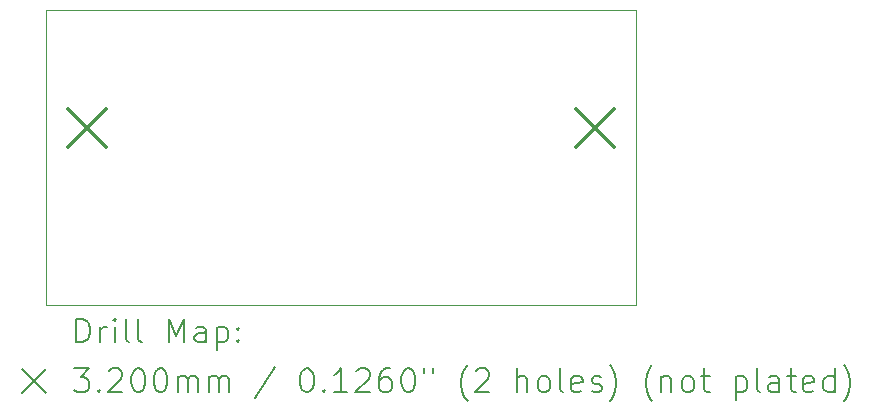
<source format=gbr>
%TF.GenerationSoftware,KiCad,Pcbnew,8.0.5*%
%TF.CreationDate,2024-09-14T16:18:57+01:00*%
%TF.ProjectId,RotationEncoder,526f7461-7469-46f6-9e45-6e636f646572,rev?*%
%TF.SameCoordinates,Original*%
%TF.FileFunction,Drillmap*%
%TF.FilePolarity,Positive*%
%FSLAX45Y45*%
G04 Gerber Fmt 4.5, Leading zero omitted, Abs format (unit mm)*
G04 Created by KiCad (PCBNEW 8.0.5) date 2024-09-14 16:18:57*
%MOMM*%
%LPD*%
G01*
G04 APERTURE LIST*
%ADD10C,0.050000*%
%ADD11C,0.200000*%
%ADD12C,0.320000*%
G04 APERTURE END LIST*
D10*
X12000000Y-8000000D02*
X17000000Y-8000000D01*
X17000000Y-10500000D01*
X12000000Y-10500000D01*
X12000000Y-8000000D01*
D11*
D12*
X12190000Y-8840000D02*
X12510000Y-9160000D01*
X12510000Y-8840000D02*
X12190000Y-9160000D01*
X16490000Y-8840000D02*
X16810000Y-9160000D01*
X16810000Y-8840000D02*
X16490000Y-9160000D01*
D11*
X12258277Y-10813984D02*
X12258277Y-10613984D01*
X12258277Y-10613984D02*
X12305896Y-10613984D01*
X12305896Y-10613984D02*
X12334467Y-10623508D01*
X12334467Y-10623508D02*
X12353515Y-10642555D01*
X12353515Y-10642555D02*
X12363039Y-10661603D01*
X12363039Y-10661603D02*
X12372562Y-10699698D01*
X12372562Y-10699698D02*
X12372562Y-10728270D01*
X12372562Y-10728270D02*
X12363039Y-10766365D01*
X12363039Y-10766365D02*
X12353515Y-10785412D01*
X12353515Y-10785412D02*
X12334467Y-10804460D01*
X12334467Y-10804460D02*
X12305896Y-10813984D01*
X12305896Y-10813984D02*
X12258277Y-10813984D01*
X12458277Y-10813984D02*
X12458277Y-10680650D01*
X12458277Y-10718746D02*
X12467801Y-10699698D01*
X12467801Y-10699698D02*
X12477324Y-10690174D01*
X12477324Y-10690174D02*
X12496372Y-10680650D01*
X12496372Y-10680650D02*
X12515420Y-10680650D01*
X12582086Y-10813984D02*
X12582086Y-10680650D01*
X12582086Y-10613984D02*
X12572562Y-10623508D01*
X12572562Y-10623508D02*
X12582086Y-10633031D01*
X12582086Y-10633031D02*
X12591610Y-10623508D01*
X12591610Y-10623508D02*
X12582086Y-10613984D01*
X12582086Y-10613984D02*
X12582086Y-10633031D01*
X12705896Y-10813984D02*
X12686848Y-10804460D01*
X12686848Y-10804460D02*
X12677324Y-10785412D01*
X12677324Y-10785412D02*
X12677324Y-10613984D01*
X12810658Y-10813984D02*
X12791610Y-10804460D01*
X12791610Y-10804460D02*
X12782086Y-10785412D01*
X12782086Y-10785412D02*
X12782086Y-10613984D01*
X13039229Y-10813984D02*
X13039229Y-10613984D01*
X13039229Y-10613984D02*
X13105896Y-10756841D01*
X13105896Y-10756841D02*
X13172562Y-10613984D01*
X13172562Y-10613984D02*
X13172562Y-10813984D01*
X13353515Y-10813984D02*
X13353515Y-10709222D01*
X13353515Y-10709222D02*
X13343991Y-10690174D01*
X13343991Y-10690174D02*
X13324943Y-10680650D01*
X13324943Y-10680650D02*
X13286848Y-10680650D01*
X13286848Y-10680650D02*
X13267801Y-10690174D01*
X13353515Y-10804460D02*
X13334467Y-10813984D01*
X13334467Y-10813984D02*
X13286848Y-10813984D01*
X13286848Y-10813984D02*
X13267801Y-10804460D01*
X13267801Y-10804460D02*
X13258277Y-10785412D01*
X13258277Y-10785412D02*
X13258277Y-10766365D01*
X13258277Y-10766365D02*
X13267801Y-10747317D01*
X13267801Y-10747317D02*
X13286848Y-10737793D01*
X13286848Y-10737793D02*
X13334467Y-10737793D01*
X13334467Y-10737793D02*
X13353515Y-10728270D01*
X13448753Y-10680650D02*
X13448753Y-10880650D01*
X13448753Y-10690174D02*
X13467801Y-10680650D01*
X13467801Y-10680650D02*
X13505896Y-10680650D01*
X13505896Y-10680650D02*
X13524943Y-10690174D01*
X13524943Y-10690174D02*
X13534467Y-10699698D01*
X13534467Y-10699698D02*
X13543991Y-10718746D01*
X13543991Y-10718746D02*
X13543991Y-10775889D01*
X13543991Y-10775889D02*
X13534467Y-10794936D01*
X13534467Y-10794936D02*
X13524943Y-10804460D01*
X13524943Y-10804460D02*
X13505896Y-10813984D01*
X13505896Y-10813984D02*
X13467801Y-10813984D01*
X13467801Y-10813984D02*
X13448753Y-10804460D01*
X13629705Y-10794936D02*
X13639229Y-10804460D01*
X13639229Y-10804460D02*
X13629705Y-10813984D01*
X13629705Y-10813984D02*
X13620182Y-10804460D01*
X13620182Y-10804460D02*
X13629705Y-10794936D01*
X13629705Y-10794936D02*
X13629705Y-10813984D01*
X13629705Y-10690174D02*
X13639229Y-10699698D01*
X13639229Y-10699698D02*
X13629705Y-10709222D01*
X13629705Y-10709222D02*
X13620182Y-10699698D01*
X13620182Y-10699698D02*
X13629705Y-10690174D01*
X13629705Y-10690174D02*
X13629705Y-10709222D01*
X11797500Y-11042500D02*
X11997500Y-11242500D01*
X11997500Y-11042500D02*
X11797500Y-11242500D01*
X12239229Y-11033984D02*
X12363039Y-11033984D01*
X12363039Y-11033984D02*
X12296372Y-11110174D01*
X12296372Y-11110174D02*
X12324943Y-11110174D01*
X12324943Y-11110174D02*
X12343991Y-11119698D01*
X12343991Y-11119698D02*
X12353515Y-11129222D01*
X12353515Y-11129222D02*
X12363039Y-11148270D01*
X12363039Y-11148270D02*
X12363039Y-11195888D01*
X12363039Y-11195888D02*
X12353515Y-11214936D01*
X12353515Y-11214936D02*
X12343991Y-11224460D01*
X12343991Y-11224460D02*
X12324943Y-11233984D01*
X12324943Y-11233984D02*
X12267801Y-11233984D01*
X12267801Y-11233984D02*
X12248753Y-11224460D01*
X12248753Y-11224460D02*
X12239229Y-11214936D01*
X12448753Y-11214936D02*
X12458277Y-11224460D01*
X12458277Y-11224460D02*
X12448753Y-11233984D01*
X12448753Y-11233984D02*
X12439229Y-11224460D01*
X12439229Y-11224460D02*
X12448753Y-11214936D01*
X12448753Y-11214936D02*
X12448753Y-11233984D01*
X12534467Y-11053031D02*
X12543991Y-11043508D01*
X12543991Y-11043508D02*
X12563039Y-11033984D01*
X12563039Y-11033984D02*
X12610658Y-11033984D01*
X12610658Y-11033984D02*
X12629705Y-11043508D01*
X12629705Y-11043508D02*
X12639229Y-11053031D01*
X12639229Y-11053031D02*
X12648753Y-11072079D01*
X12648753Y-11072079D02*
X12648753Y-11091127D01*
X12648753Y-11091127D02*
X12639229Y-11119698D01*
X12639229Y-11119698D02*
X12524943Y-11233984D01*
X12524943Y-11233984D02*
X12648753Y-11233984D01*
X12772562Y-11033984D02*
X12791610Y-11033984D01*
X12791610Y-11033984D02*
X12810658Y-11043508D01*
X12810658Y-11043508D02*
X12820182Y-11053031D01*
X12820182Y-11053031D02*
X12829705Y-11072079D01*
X12829705Y-11072079D02*
X12839229Y-11110174D01*
X12839229Y-11110174D02*
X12839229Y-11157793D01*
X12839229Y-11157793D02*
X12829705Y-11195888D01*
X12829705Y-11195888D02*
X12820182Y-11214936D01*
X12820182Y-11214936D02*
X12810658Y-11224460D01*
X12810658Y-11224460D02*
X12791610Y-11233984D01*
X12791610Y-11233984D02*
X12772562Y-11233984D01*
X12772562Y-11233984D02*
X12753515Y-11224460D01*
X12753515Y-11224460D02*
X12743991Y-11214936D01*
X12743991Y-11214936D02*
X12734467Y-11195888D01*
X12734467Y-11195888D02*
X12724943Y-11157793D01*
X12724943Y-11157793D02*
X12724943Y-11110174D01*
X12724943Y-11110174D02*
X12734467Y-11072079D01*
X12734467Y-11072079D02*
X12743991Y-11053031D01*
X12743991Y-11053031D02*
X12753515Y-11043508D01*
X12753515Y-11043508D02*
X12772562Y-11033984D01*
X12963039Y-11033984D02*
X12982086Y-11033984D01*
X12982086Y-11033984D02*
X13001134Y-11043508D01*
X13001134Y-11043508D02*
X13010658Y-11053031D01*
X13010658Y-11053031D02*
X13020182Y-11072079D01*
X13020182Y-11072079D02*
X13029705Y-11110174D01*
X13029705Y-11110174D02*
X13029705Y-11157793D01*
X13029705Y-11157793D02*
X13020182Y-11195888D01*
X13020182Y-11195888D02*
X13010658Y-11214936D01*
X13010658Y-11214936D02*
X13001134Y-11224460D01*
X13001134Y-11224460D02*
X12982086Y-11233984D01*
X12982086Y-11233984D02*
X12963039Y-11233984D01*
X12963039Y-11233984D02*
X12943991Y-11224460D01*
X12943991Y-11224460D02*
X12934467Y-11214936D01*
X12934467Y-11214936D02*
X12924943Y-11195888D01*
X12924943Y-11195888D02*
X12915420Y-11157793D01*
X12915420Y-11157793D02*
X12915420Y-11110174D01*
X12915420Y-11110174D02*
X12924943Y-11072079D01*
X12924943Y-11072079D02*
X12934467Y-11053031D01*
X12934467Y-11053031D02*
X12943991Y-11043508D01*
X12943991Y-11043508D02*
X12963039Y-11033984D01*
X13115420Y-11233984D02*
X13115420Y-11100650D01*
X13115420Y-11119698D02*
X13124943Y-11110174D01*
X13124943Y-11110174D02*
X13143991Y-11100650D01*
X13143991Y-11100650D02*
X13172563Y-11100650D01*
X13172563Y-11100650D02*
X13191610Y-11110174D01*
X13191610Y-11110174D02*
X13201134Y-11129222D01*
X13201134Y-11129222D02*
X13201134Y-11233984D01*
X13201134Y-11129222D02*
X13210658Y-11110174D01*
X13210658Y-11110174D02*
X13229705Y-11100650D01*
X13229705Y-11100650D02*
X13258277Y-11100650D01*
X13258277Y-11100650D02*
X13277324Y-11110174D01*
X13277324Y-11110174D02*
X13286848Y-11129222D01*
X13286848Y-11129222D02*
X13286848Y-11233984D01*
X13382086Y-11233984D02*
X13382086Y-11100650D01*
X13382086Y-11119698D02*
X13391610Y-11110174D01*
X13391610Y-11110174D02*
X13410658Y-11100650D01*
X13410658Y-11100650D02*
X13439229Y-11100650D01*
X13439229Y-11100650D02*
X13458277Y-11110174D01*
X13458277Y-11110174D02*
X13467801Y-11129222D01*
X13467801Y-11129222D02*
X13467801Y-11233984D01*
X13467801Y-11129222D02*
X13477324Y-11110174D01*
X13477324Y-11110174D02*
X13496372Y-11100650D01*
X13496372Y-11100650D02*
X13524943Y-11100650D01*
X13524943Y-11100650D02*
X13543991Y-11110174D01*
X13543991Y-11110174D02*
X13553515Y-11129222D01*
X13553515Y-11129222D02*
X13553515Y-11233984D01*
X13943991Y-11024460D02*
X13772563Y-11281603D01*
X14201134Y-11033984D02*
X14220182Y-11033984D01*
X14220182Y-11033984D02*
X14239229Y-11043508D01*
X14239229Y-11043508D02*
X14248753Y-11053031D01*
X14248753Y-11053031D02*
X14258277Y-11072079D01*
X14258277Y-11072079D02*
X14267801Y-11110174D01*
X14267801Y-11110174D02*
X14267801Y-11157793D01*
X14267801Y-11157793D02*
X14258277Y-11195888D01*
X14258277Y-11195888D02*
X14248753Y-11214936D01*
X14248753Y-11214936D02*
X14239229Y-11224460D01*
X14239229Y-11224460D02*
X14220182Y-11233984D01*
X14220182Y-11233984D02*
X14201134Y-11233984D01*
X14201134Y-11233984D02*
X14182086Y-11224460D01*
X14182086Y-11224460D02*
X14172563Y-11214936D01*
X14172563Y-11214936D02*
X14163039Y-11195888D01*
X14163039Y-11195888D02*
X14153515Y-11157793D01*
X14153515Y-11157793D02*
X14153515Y-11110174D01*
X14153515Y-11110174D02*
X14163039Y-11072079D01*
X14163039Y-11072079D02*
X14172563Y-11053031D01*
X14172563Y-11053031D02*
X14182086Y-11043508D01*
X14182086Y-11043508D02*
X14201134Y-11033984D01*
X14353515Y-11214936D02*
X14363039Y-11224460D01*
X14363039Y-11224460D02*
X14353515Y-11233984D01*
X14353515Y-11233984D02*
X14343991Y-11224460D01*
X14343991Y-11224460D02*
X14353515Y-11214936D01*
X14353515Y-11214936D02*
X14353515Y-11233984D01*
X14553515Y-11233984D02*
X14439229Y-11233984D01*
X14496372Y-11233984D02*
X14496372Y-11033984D01*
X14496372Y-11033984D02*
X14477325Y-11062555D01*
X14477325Y-11062555D02*
X14458277Y-11081603D01*
X14458277Y-11081603D02*
X14439229Y-11091127D01*
X14629706Y-11053031D02*
X14639229Y-11043508D01*
X14639229Y-11043508D02*
X14658277Y-11033984D01*
X14658277Y-11033984D02*
X14705896Y-11033984D01*
X14705896Y-11033984D02*
X14724944Y-11043508D01*
X14724944Y-11043508D02*
X14734467Y-11053031D01*
X14734467Y-11053031D02*
X14743991Y-11072079D01*
X14743991Y-11072079D02*
X14743991Y-11091127D01*
X14743991Y-11091127D02*
X14734467Y-11119698D01*
X14734467Y-11119698D02*
X14620182Y-11233984D01*
X14620182Y-11233984D02*
X14743991Y-11233984D01*
X14915420Y-11033984D02*
X14877325Y-11033984D01*
X14877325Y-11033984D02*
X14858277Y-11043508D01*
X14858277Y-11043508D02*
X14848753Y-11053031D01*
X14848753Y-11053031D02*
X14829706Y-11081603D01*
X14829706Y-11081603D02*
X14820182Y-11119698D01*
X14820182Y-11119698D02*
X14820182Y-11195888D01*
X14820182Y-11195888D02*
X14829706Y-11214936D01*
X14829706Y-11214936D02*
X14839229Y-11224460D01*
X14839229Y-11224460D02*
X14858277Y-11233984D01*
X14858277Y-11233984D02*
X14896372Y-11233984D01*
X14896372Y-11233984D02*
X14915420Y-11224460D01*
X14915420Y-11224460D02*
X14924944Y-11214936D01*
X14924944Y-11214936D02*
X14934467Y-11195888D01*
X14934467Y-11195888D02*
X14934467Y-11148270D01*
X14934467Y-11148270D02*
X14924944Y-11129222D01*
X14924944Y-11129222D02*
X14915420Y-11119698D01*
X14915420Y-11119698D02*
X14896372Y-11110174D01*
X14896372Y-11110174D02*
X14858277Y-11110174D01*
X14858277Y-11110174D02*
X14839229Y-11119698D01*
X14839229Y-11119698D02*
X14829706Y-11129222D01*
X14829706Y-11129222D02*
X14820182Y-11148270D01*
X15058277Y-11033984D02*
X15077325Y-11033984D01*
X15077325Y-11033984D02*
X15096372Y-11043508D01*
X15096372Y-11043508D02*
X15105896Y-11053031D01*
X15105896Y-11053031D02*
X15115420Y-11072079D01*
X15115420Y-11072079D02*
X15124944Y-11110174D01*
X15124944Y-11110174D02*
X15124944Y-11157793D01*
X15124944Y-11157793D02*
X15115420Y-11195888D01*
X15115420Y-11195888D02*
X15105896Y-11214936D01*
X15105896Y-11214936D02*
X15096372Y-11224460D01*
X15096372Y-11224460D02*
X15077325Y-11233984D01*
X15077325Y-11233984D02*
X15058277Y-11233984D01*
X15058277Y-11233984D02*
X15039229Y-11224460D01*
X15039229Y-11224460D02*
X15029706Y-11214936D01*
X15029706Y-11214936D02*
X15020182Y-11195888D01*
X15020182Y-11195888D02*
X15010658Y-11157793D01*
X15010658Y-11157793D02*
X15010658Y-11110174D01*
X15010658Y-11110174D02*
X15020182Y-11072079D01*
X15020182Y-11072079D02*
X15029706Y-11053031D01*
X15029706Y-11053031D02*
X15039229Y-11043508D01*
X15039229Y-11043508D02*
X15058277Y-11033984D01*
X15201134Y-11033984D02*
X15201134Y-11072079D01*
X15277325Y-11033984D02*
X15277325Y-11072079D01*
X15572563Y-11310174D02*
X15563039Y-11300650D01*
X15563039Y-11300650D02*
X15543991Y-11272079D01*
X15543991Y-11272079D02*
X15534468Y-11253031D01*
X15534468Y-11253031D02*
X15524944Y-11224460D01*
X15524944Y-11224460D02*
X15515420Y-11176841D01*
X15515420Y-11176841D02*
X15515420Y-11138746D01*
X15515420Y-11138746D02*
X15524944Y-11091127D01*
X15524944Y-11091127D02*
X15534468Y-11062555D01*
X15534468Y-11062555D02*
X15543991Y-11043508D01*
X15543991Y-11043508D02*
X15563039Y-11014936D01*
X15563039Y-11014936D02*
X15572563Y-11005412D01*
X15639229Y-11053031D02*
X15648753Y-11043508D01*
X15648753Y-11043508D02*
X15667801Y-11033984D01*
X15667801Y-11033984D02*
X15715420Y-11033984D01*
X15715420Y-11033984D02*
X15734468Y-11043508D01*
X15734468Y-11043508D02*
X15743991Y-11053031D01*
X15743991Y-11053031D02*
X15753515Y-11072079D01*
X15753515Y-11072079D02*
X15753515Y-11091127D01*
X15753515Y-11091127D02*
X15743991Y-11119698D01*
X15743991Y-11119698D02*
X15629706Y-11233984D01*
X15629706Y-11233984D02*
X15753515Y-11233984D01*
X15991610Y-11233984D02*
X15991610Y-11033984D01*
X16077325Y-11233984D02*
X16077325Y-11129222D01*
X16077325Y-11129222D02*
X16067801Y-11110174D01*
X16067801Y-11110174D02*
X16048753Y-11100650D01*
X16048753Y-11100650D02*
X16020182Y-11100650D01*
X16020182Y-11100650D02*
X16001134Y-11110174D01*
X16001134Y-11110174D02*
X15991610Y-11119698D01*
X16201134Y-11233984D02*
X16182087Y-11224460D01*
X16182087Y-11224460D02*
X16172563Y-11214936D01*
X16172563Y-11214936D02*
X16163039Y-11195888D01*
X16163039Y-11195888D02*
X16163039Y-11138746D01*
X16163039Y-11138746D02*
X16172563Y-11119698D01*
X16172563Y-11119698D02*
X16182087Y-11110174D01*
X16182087Y-11110174D02*
X16201134Y-11100650D01*
X16201134Y-11100650D02*
X16229706Y-11100650D01*
X16229706Y-11100650D02*
X16248753Y-11110174D01*
X16248753Y-11110174D02*
X16258277Y-11119698D01*
X16258277Y-11119698D02*
X16267801Y-11138746D01*
X16267801Y-11138746D02*
X16267801Y-11195888D01*
X16267801Y-11195888D02*
X16258277Y-11214936D01*
X16258277Y-11214936D02*
X16248753Y-11224460D01*
X16248753Y-11224460D02*
X16229706Y-11233984D01*
X16229706Y-11233984D02*
X16201134Y-11233984D01*
X16382087Y-11233984D02*
X16363039Y-11224460D01*
X16363039Y-11224460D02*
X16353515Y-11205412D01*
X16353515Y-11205412D02*
X16353515Y-11033984D01*
X16534468Y-11224460D02*
X16515420Y-11233984D01*
X16515420Y-11233984D02*
X16477325Y-11233984D01*
X16477325Y-11233984D02*
X16458277Y-11224460D01*
X16458277Y-11224460D02*
X16448753Y-11205412D01*
X16448753Y-11205412D02*
X16448753Y-11129222D01*
X16448753Y-11129222D02*
X16458277Y-11110174D01*
X16458277Y-11110174D02*
X16477325Y-11100650D01*
X16477325Y-11100650D02*
X16515420Y-11100650D01*
X16515420Y-11100650D02*
X16534468Y-11110174D01*
X16534468Y-11110174D02*
X16543991Y-11129222D01*
X16543991Y-11129222D02*
X16543991Y-11148270D01*
X16543991Y-11148270D02*
X16448753Y-11167317D01*
X16620182Y-11224460D02*
X16639230Y-11233984D01*
X16639230Y-11233984D02*
X16677325Y-11233984D01*
X16677325Y-11233984D02*
X16696372Y-11224460D01*
X16696372Y-11224460D02*
X16705896Y-11205412D01*
X16705896Y-11205412D02*
X16705896Y-11195888D01*
X16705896Y-11195888D02*
X16696372Y-11176841D01*
X16696372Y-11176841D02*
X16677325Y-11167317D01*
X16677325Y-11167317D02*
X16648753Y-11167317D01*
X16648753Y-11167317D02*
X16629706Y-11157793D01*
X16629706Y-11157793D02*
X16620182Y-11138746D01*
X16620182Y-11138746D02*
X16620182Y-11129222D01*
X16620182Y-11129222D02*
X16629706Y-11110174D01*
X16629706Y-11110174D02*
X16648753Y-11100650D01*
X16648753Y-11100650D02*
X16677325Y-11100650D01*
X16677325Y-11100650D02*
X16696372Y-11110174D01*
X16772563Y-11310174D02*
X16782087Y-11300650D01*
X16782087Y-11300650D02*
X16801134Y-11272079D01*
X16801134Y-11272079D02*
X16810658Y-11253031D01*
X16810658Y-11253031D02*
X16820182Y-11224460D01*
X16820182Y-11224460D02*
X16829706Y-11176841D01*
X16829706Y-11176841D02*
X16829706Y-11138746D01*
X16829706Y-11138746D02*
X16820182Y-11091127D01*
X16820182Y-11091127D02*
X16810658Y-11062555D01*
X16810658Y-11062555D02*
X16801134Y-11043508D01*
X16801134Y-11043508D02*
X16782087Y-11014936D01*
X16782087Y-11014936D02*
X16772563Y-11005412D01*
X17134468Y-11310174D02*
X17124944Y-11300650D01*
X17124944Y-11300650D02*
X17105896Y-11272079D01*
X17105896Y-11272079D02*
X17096373Y-11253031D01*
X17096373Y-11253031D02*
X17086849Y-11224460D01*
X17086849Y-11224460D02*
X17077325Y-11176841D01*
X17077325Y-11176841D02*
X17077325Y-11138746D01*
X17077325Y-11138746D02*
X17086849Y-11091127D01*
X17086849Y-11091127D02*
X17096373Y-11062555D01*
X17096373Y-11062555D02*
X17105896Y-11043508D01*
X17105896Y-11043508D02*
X17124944Y-11014936D01*
X17124944Y-11014936D02*
X17134468Y-11005412D01*
X17210658Y-11100650D02*
X17210658Y-11233984D01*
X17210658Y-11119698D02*
X17220182Y-11110174D01*
X17220182Y-11110174D02*
X17239230Y-11100650D01*
X17239230Y-11100650D02*
X17267801Y-11100650D01*
X17267801Y-11100650D02*
X17286849Y-11110174D01*
X17286849Y-11110174D02*
X17296373Y-11129222D01*
X17296373Y-11129222D02*
X17296373Y-11233984D01*
X17420182Y-11233984D02*
X17401134Y-11224460D01*
X17401134Y-11224460D02*
X17391611Y-11214936D01*
X17391611Y-11214936D02*
X17382087Y-11195888D01*
X17382087Y-11195888D02*
X17382087Y-11138746D01*
X17382087Y-11138746D02*
X17391611Y-11119698D01*
X17391611Y-11119698D02*
X17401134Y-11110174D01*
X17401134Y-11110174D02*
X17420182Y-11100650D01*
X17420182Y-11100650D02*
X17448754Y-11100650D01*
X17448754Y-11100650D02*
X17467801Y-11110174D01*
X17467801Y-11110174D02*
X17477325Y-11119698D01*
X17477325Y-11119698D02*
X17486849Y-11138746D01*
X17486849Y-11138746D02*
X17486849Y-11195888D01*
X17486849Y-11195888D02*
X17477325Y-11214936D01*
X17477325Y-11214936D02*
X17467801Y-11224460D01*
X17467801Y-11224460D02*
X17448754Y-11233984D01*
X17448754Y-11233984D02*
X17420182Y-11233984D01*
X17543992Y-11100650D02*
X17620182Y-11100650D01*
X17572563Y-11033984D02*
X17572563Y-11205412D01*
X17572563Y-11205412D02*
X17582087Y-11224460D01*
X17582087Y-11224460D02*
X17601134Y-11233984D01*
X17601134Y-11233984D02*
X17620182Y-11233984D01*
X17839230Y-11100650D02*
X17839230Y-11300650D01*
X17839230Y-11110174D02*
X17858277Y-11100650D01*
X17858277Y-11100650D02*
X17896373Y-11100650D01*
X17896373Y-11100650D02*
X17915420Y-11110174D01*
X17915420Y-11110174D02*
X17924944Y-11119698D01*
X17924944Y-11119698D02*
X17934468Y-11138746D01*
X17934468Y-11138746D02*
X17934468Y-11195888D01*
X17934468Y-11195888D02*
X17924944Y-11214936D01*
X17924944Y-11214936D02*
X17915420Y-11224460D01*
X17915420Y-11224460D02*
X17896373Y-11233984D01*
X17896373Y-11233984D02*
X17858277Y-11233984D01*
X17858277Y-11233984D02*
X17839230Y-11224460D01*
X18048754Y-11233984D02*
X18029706Y-11224460D01*
X18029706Y-11224460D02*
X18020182Y-11205412D01*
X18020182Y-11205412D02*
X18020182Y-11033984D01*
X18210658Y-11233984D02*
X18210658Y-11129222D01*
X18210658Y-11129222D02*
X18201135Y-11110174D01*
X18201135Y-11110174D02*
X18182087Y-11100650D01*
X18182087Y-11100650D02*
X18143992Y-11100650D01*
X18143992Y-11100650D02*
X18124944Y-11110174D01*
X18210658Y-11224460D02*
X18191611Y-11233984D01*
X18191611Y-11233984D02*
X18143992Y-11233984D01*
X18143992Y-11233984D02*
X18124944Y-11224460D01*
X18124944Y-11224460D02*
X18115420Y-11205412D01*
X18115420Y-11205412D02*
X18115420Y-11186365D01*
X18115420Y-11186365D02*
X18124944Y-11167317D01*
X18124944Y-11167317D02*
X18143992Y-11157793D01*
X18143992Y-11157793D02*
X18191611Y-11157793D01*
X18191611Y-11157793D02*
X18210658Y-11148270D01*
X18277325Y-11100650D02*
X18353515Y-11100650D01*
X18305896Y-11033984D02*
X18305896Y-11205412D01*
X18305896Y-11205412D02*
X18315420Y-11224460D01*
X18315420Y-11224460D02*
X18334468Y-11233984D01*
X18334468Y-11233984D02*
X18353515Y-11233984D01*
X18496373Y-11224460D02*
X18477325Y-11233984D01*
X18477325Y-11233984D02*
X18439230Y-11233984D01*
X18439230Y-11233984D02*
X18420182Y-11224460D01*
X18420182Y-11224460D02*
X18410658Y-11205412D01*
X18410658Y-11205412D02*
X18410658Y-11129222D01*
X18410658Y-11129222D02*
X18420182Y-11110174D01*
X18420182Y-11110174D02*
X18439230Y-11100650D01*
X18439230Y-11100650D02*
X18477325Y-11100650D01*
X18477325Y-11100650D02*
X18496373Y-11110174D01*
X18496373Y-11110174D02*
X18505896Y-11129222D01*
X18505896Y-11129222D02*
X18505896Y-11148270D01*
X18505896Y-11148270D02*
X18410658Y-11167317D01*
X18677325Y-11233984D02*
X18677325Y-11033984D01*
X18677325Y-11224460D02*
X18658277Y-11233984D01*
X18658277Y-11233984D02*
X18620182Y-11233984D01*
X18620182Y-11233984D02*
X18601135Y-11224460D01*
X18601135Y-11224460D02*
X18591611Y-11214936D01*
X18591611Y-11214936D02*
X18582087Y-11195888D01*
X18582087Y-11195888D02*
X18582087Y-11138746D01*
X18582087Y-11138746D02*
X18591611Y-11119698D01*
X18591611Y-11119698D02*
X18601135Y-11110174D01*
X18601135Y-11110174D02*
X18620182Y-11100650D01*
X18620182Y-11100650D02*
X18658277Y-11100650D01*
X18658277Y-11100650D02*
X18677325Y-11110174D01*
X18753516Y-11310174D02*
X18763039Y-11300650D01*
X18763039Y-11300650D02*
X18782087Y-11272079D01*
X18782087Y-11272079D02*
X18791611Y-11253031D01*
X18791611Y-11253031D02*
X18801135Y-11224460D01*
X18801135Y-11224460D02*
X18810658Y-11176841D01*
X18810658Y-11176841D02*
X18810658Y-11138746D01*
X18810658Y-11138746D02*
X18801135Y-11091127D01*
X18801135Y-11091127D02*
X18791611Y-11062555D01*
X18791611Y-11062555D02*
X18782087Y-11043508D01*
X18782087Y-11043508D02*
X18763039Y-11014936D01*
X18763039Y-11014936D02*
X18753516Y-11005412D01*
M02*

</source>
